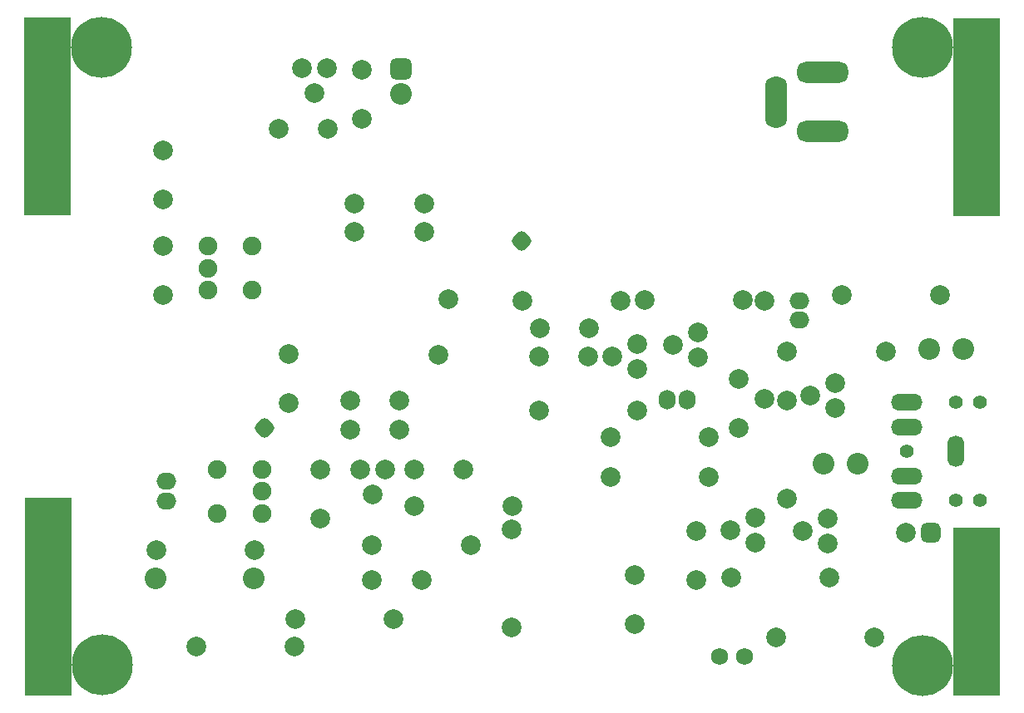
<source format=gts>
G04*
G04 #@! TF.GenerationSoftware,Altium Limited,Altium Designer,21.0.8 (223)*
G04*
G04 Layer_Color=8388736*
%FSLAX44Y44*%
%MOMM*%
G71*
G04*
G04 #@! TF.SameCoordinates,817B6129-E2F9-410E-B20C-35ABB6862B10*
G04*
G04*
G04 #@! TF.FilePolarity,Negative*
G04*
G01*
G75*
%ADD19R,4.7032X20.2032*%
%ADD20R,4.7032X17.2032*%
%ADD21C,2.0032*%
%ADD22C,1.7272*%
G04:AMPARAMS|DCode=23|XSize=1.7032mm|YSize=1.7032mm|CornerRadius=0.4766mm|HoleSize=0mm|Usage=FLASHONLY|Rotation=45.000|XOffset=0mm|YOffset=0mm|HoleType=Round|Shape=RoundedRectangle|*
%AMROUNDEDRECTD23*
21,1,1.7032,0.7500,0,0,45.0*
21,1,0.7500,1.7032,0,0,45.0*
1,1,0.9532,0.5303,0.0000*
1,1,0.9532,0.0000,-0.5303*
1,1,0.9532,-0.5303,0.0000*
1,1,0.9532,0.0000,0.5303*
%
%ADD23ROUNDEDRECTD23*%
%ADD24C,2.2032*%
%ADD25C,6.2032*%
G04:AMPARAMS|DCode=26|XSize=2.2032mm|YSize=2.2032mm|CornerRadius=0.6016mm|HoleSize=0mm|Usage=FLASHONLY|Rotation=0.000|XOffset=0mm|YOffset=0mm|HoleType=Round|Shape=RoundedRectangle|*
%AMROUNDEDRECTD26*
21,1,2.2032,1.0000,0,0,0.0*
21,1,1.0000,2.2032,0,0,0.0*
1,1,1.2032,0.5000,-0.5000*
1,1,1.2032,-0.5000,-0.5000*
1,1,1.2032,-0.5000,0.5000*
1,1,1.2032,0.5000,0.5000*
%
%ADD26ROUNDEDRECTD26*%
G04:AMPARAMS|DCode=27|XSize=2.0032mm|YSize=2.0032mm|CornerRadius=0.5516mm|HoleSize=0mm|Usage=FLASHONLY|Rotation=270.000|XOffset=0mm|YOffset=0mm|HoleType=Round|Shape=RoundedRectangle|*
%AMROUNDEDRECTD27*
21,1,2.0032,0.9000,0,0,270.0*
21,1,0.9000,2.0032,0,0,270.0*
1,1,1.1032,-0.4500,-0.4500*
1,1,1.1032,-0.4500,0.4500*
1,1,1.1032,0.4500,0.4500*
1,1,1.1032,0.4500,-0.4500*
%
%ADD27ROUNDEDRECTD27*%
%ADD28C,1.4032*%
%ADD29O,1.7032X3.2032*%
%ADD30O,3.2032X1.7032*%
%ADD31O,2.0032X1.7032*%
%ADD32O,1.7032X2.0032*%
%ADD33C,1.9032*%
G04:AMPARAMS|DCode=34|XSize=5.2032mm|YSize=2.2032mm|CornerRadius=0.9016mm|HoleSize=0mm|Usage=FLASHONLY|Rotation=180.000|XOffset=0mm|YOffset=0mm|HoleType=Round|Shape=RoundedRectangle|*
%AMROUNDEDRECTD34*
21,1,5.2032,0.4000,0,0,180.0*
21,1,3.4000,2.2032,0,0,180.0*
1,1,1.8032,-1.7000,0.2000*
1,1,1.8032,1.7000,0.2000*
1,1,1.8032,1.7000,-0.2000*
1,1,1.8032,-1.7000,-0.2000*
%
%ADD34ROUNDEDRECTD34*%
G04:AMPARAMS|DCode=35|XSize=5.2032mm|YSize=2.2032mm|CornerRadius=0.9016mm|HoleSize=0mm|Usage=FLASHONLY|Rotation=90.000|XOffset=0mm|YOffset=0mm|HoleType=Round|Shape=RoundedRectangle|*
%AMROUNDEDRECTD35*
21,1,5.2032,0.4000,0,0,90.0*
21,1,3.4000,2.2032,0,0,90.0*
1,1,1.8032,0.2000,1.7000*
1,1,1.8032,0.2000,-1.7000*
1,1,1.8032,-0.2000,-1.7000*
1,1,1.8032,-0.2000,1.7000*
%
%ADD35ROUNDEDRECTD35*%
%ADD36C,1.4732*%
D19*
X28000Y105000D02*
D03*
X973000Y594000D02*
D03*
X27000Y595000D02*
D03*
D20*
X973000Y90000D02*
D03*
D21*
X178500Y54750D02*
D03*
X278500D02*
D03*
X279000Y82250D02*
D03*
X379000D02*
D03*
X357500Y157500D02*
D03*
X457500D02*
D03*
X137500Y152500D02*
D03*
X237500D02*
D03*
X700000Y227000D02*
D03*
X600000D02*
D03*
X527000Y295000D02*
D03*
X627000D02*
D03*
X600000Y267500D02*
D03*
X700000D02*
D03*
X822500Y125000D02*
D03*
X722500D02*
D03*
X780000Y305000D02*
D03*
Y205000D02*
D03*
X757000Y307000D02*
D03*
Y407000D02*
D03*
X735000Y407500D02*
D03*
X635000D02*
D03*
X780000Y355000D02*
D03*
X880000D02*
D03*
X610000Y407000D02*
D03*
X510000D02*
D03*
X935250Y412500D02*
D03*
X835250D02*
D03*
X500000Y197500D02*
D03*
X400000D02*
D03*
X499500Y173500D02*
D03*
Y73500D02*
D03*
X768500Y63750D02*
D03*
X868500D02*
D03*
X339750Y505750D02*
D03*
X410750D02*
D03*
X410250Y476750D02*
D03*
X339250D02*
D03*
X145000Y412500D02*
D03*
X145000Y462500D02*
D03*
X424750Y352000D02*
D03*
X434750Y408000D02*
D03*
X730750Y277000D02*
D03*
Y327000D02*
D03*
X145000Y560000D02*
D03*
X145000Y510000D02*
D03*
X687500Y122500D02*
D03*
Y172500D02*
D03*
X527500Y350000D02*
D03*
X577500D02*
D03*
X528000Y379000D02*
D03*
X578000D02*
D03*
X272250Y352500D02*
D03*
Y302500D02*
D03*
X335000Y275000D02*
D03*
X385000D02*
D03*
X305000Y185000D02*
D03*
Y235000D02*
D03*
X400000Y234500D02*
D03*
X450000D02*
D03*
X262000Y582000D02*
D03*
X312000D02*
D03*
X357700Y209600D02*
D03*
X345000Y235000D02*
D03*
X370400D02*
D03*
X900600Y170250D02*
D03*
X298300Y618600D02*
D03*
X285600Y644000D02*
D03*
X311000D02*
D03*
X795350Y171700D02*
D03*
X820750Y184400D02*
D03*
Y159000D02*
D03*
X722100Y172700D02*
D03*
X747500Y185400D02*
D03*
Y160000D02*
D03*
X803350Y309950D02*
D03*
X828750Y322650D02*
D03*
Y297250D02*
D03*
X602100Y349800D02*
D03*
X627500Y362500D02*
D03*
Y337100D02*
D03*
X357500Y122500D02*
D03*
X407500D02*
D03*
X347000Y642000D02*
D03*
Y592000D02*
D03*
X664000Y362000D02*
D03*
X689400Y374700D02*
D03*
Y349300D02*
D03*
X385000Y305000D02*
D03*
X335000D02*
D03*
X624750Y127250D02*
D03*
Y77250D02*
D03*
D22*
X736250Y44500D02*
D03*
X711250D02*
D03*
D23*
X509750Y467700D02*
D03*
X248000Y277250D02*
D03*
D24*
X237000Y123500D02*
D03*
X137000D02*
D03*
X387000Y617300D02*
D03*
X959000Y357500D02*
D03*
X924000D02*
D03*
X851546Y240500D02*
D03*
X816546D02*
D03*
D25*
X81767Y665046D02*
D03*
X918000Y664500D02*
D03*
X82500Y35500D02*
D03*
X917250Y35250D02*
D03*
D26*
X387000Y642700D02*
D03*
D27*
X926000Y170250D02*
D03*
D28*
X976250Y303000D02*
D03*
Y203000D02*
D03*
X951250D02*
D03*
Y303000D02*
D03*
X901250Y253000D02*
D03*
D29*
X951250D02*
D03*
D30*
X901250Y203000D02*
D03*
Y228000D02*
D03*
Y278000D02*
D03*
Y303000D02*
D03*
D31*
X147750Y222500D02*
D03*
Y202500D02*
D03*
X792250Y387000D02*
D03*
Y407000D02*
D03*
D32*
X658000Y306000D02*
D03*
X678000D02*
D03*
D33*
X190000Y417500D02*
D03*
Y440000D02*
D03*
Y462500D02*
D03*
X235000Y417500D02*
D03*
Y462500D02*
D03*
X200000Y190000D02*
D03*
Y235000D02*
D03*
X245000Y190000D02*
D03*
Y212500D02*
D03*
Y235000D02*
D03*
D34*
X816000Y639250D02*
D03*
Y579250D02*
D03*
D35*
X769000Y609250D02*
D03*
D36*
X973500Y155000D02*
D03*
Y31000D02*
D03*
Y131000D02*
D03*
Y106000D02*
D03*
Y56000D02*
D03*
X24500Y168000D02*
D03*
Y44000D02*
D03*
Y144000D02*
D03*
Y119000D02*
D03*
Y94000D02*
D03*
Y69000D02*
D03*
Y554000D02*
D03*
Y579000D02*
D03*
Y604000D02*
D03*
Y629000D02*
D03*
Y529000D02*
D03*
Y653000D02*
D03*
X969500Y554000D02*
D03*
Y579000D02*
D03*
Y604000D02*
D03*
Y629000D02*
D03*
Y529000D02*
D03*
Y653000D02*
D03*
X973500Y81000D02*
D03*
M02*

</source>
